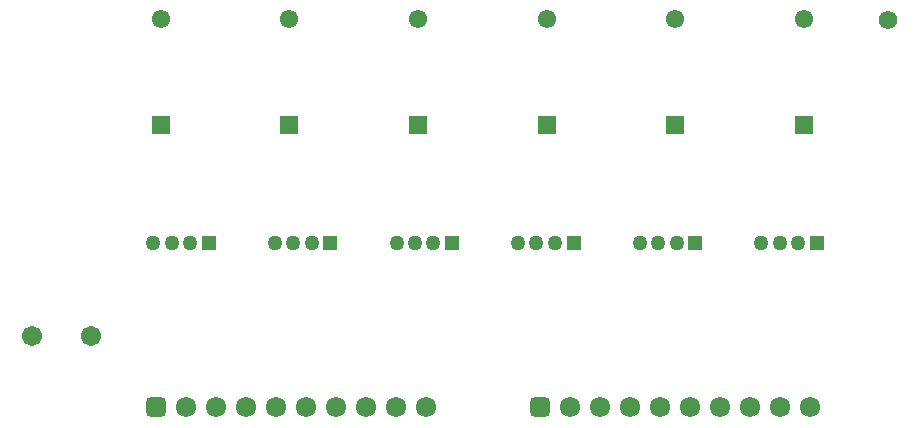
<source format=gbs>
G04*
G04 #@! TF.GenerationSoftware,Altium Limited,Altium Designer,23.10.1 (27)*
G04*
G04 Layer_Color=16711935*
%FSLAX44Y44*%
%MOMM*%
G71*
G04*
G04 #@! TF.SameCoordinates,EF3A79F6-4BF0-4314-9102-79B481C5C986*
G04*
G04*
G04 #@! TF.FilePolarity,Negative*
G04*
G01*
G75*
%ADD14C,1.2732*%
%ADD15R,1.2732X1.2732*%
%ADD16C,1.7232*%
G04:AMPARAMS|DCode=17|XSize=1.7232mm|YSize=1.7232mm|CornerRadius=0.4816mm|HoleSize=0mm|Usage=FLASHONLY|Rotation=0.000|XOffset=0mm|YOffset=0mm|HoleType=Round|Shape=RoundedRectangle|*
%AMROUNDEDRECTD17*
21,1,1.7232,0.7600,0,0,0.0*
21,1,0.7600,1.7232,0,0,0.0*
1,1,0.9632,0.3800,-0.3800*
1,1,0.9632,-0.3800,-0.3800*
1,1,0.9632,-0.3800,0.3800*
1,1,0.9632,0.3800,0.3800*
%
%ADD17ROUNDEDRECTD17*%
%ADD18C,1.5700*%
%ADD19R,1.5532X1.5532*%
%ADD20C,1.5532*%
%ADD21C,1.7112*%
D14*
X950417Y668020D02*
D03*
X981659D02*
D03*
X965911D02*
D03*
X1274826D02*
D03*
X1290574D02*
D03*
X1259332D02*
D03*
X1156360D02*
D03*
X1187602D02*
D03*
X1171854D02*
D03*
X862939D02*
D03*
X878687D02*
D03*
X847445D02*
D03*
X1053389D02*
D03*
X1084631D02*
D03*
X1068883D02*
D03*
X759968D02*
D03*
X775716D02*
D03*
X744474D02*
D03*
D15*
X997280D02*
D03*
X1306195D02*
D03*
X1203223D02*
D03*
X894308D02*
D03*
X1100252D02*
D03*
X791337D02*
D03*
D16*
X975360Y529590D02*
D03*
X949960D02*
D03*
X924560D02*
D03*
X873760D02*
D03*
X848360D02*
D03*
X822960D02*
D03*
X772160D02*
D03*
X797560D02*
D03*
X899160D02*
D03*
X1300480D02*
D03*
X1275080D02*
D03*
X1249680D02*
D03*
X1198880D02*
D03*
X1173480D02*
D03*
X1148080D02*
D03*
X1097280D02*
D03*
X1122680D02*
D03*
X1224280D02*
D03*
D17*
X746760D02*
D03*
X1071880D02*
D03*
D18*
X1366520Y857250D02*
D03*
D19*
X750570Y767800D02*
D03*
X1077468D02*
D03*
X859536D02*
D03*
X1186434D02*
D03*
X1295400D02*
D03*
X968502D02*
D03*
D20*
X750570Y857800D02*
D03*
X1077468D02*
D03*
X859536D02*
D03*
X1186434D02*
D03*
X1295400D02*
D03*
X968502D02*
D03*
D21*
X641750Y589280D02*
D03*
X691750D02*
D03*
M02*

</source>
